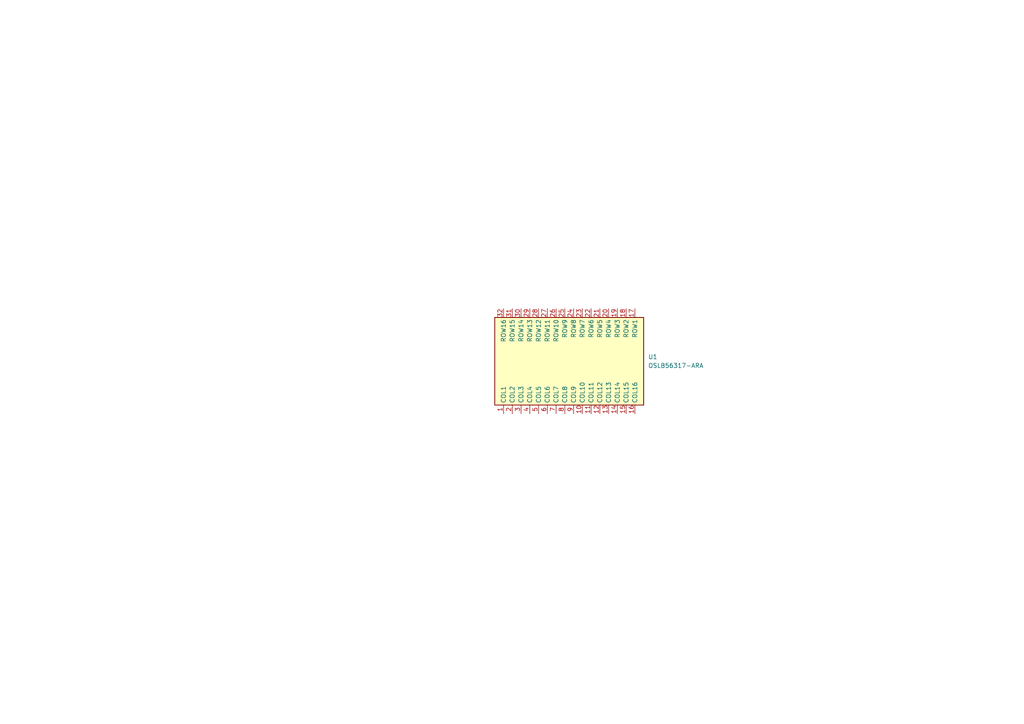
<source format=kicad_sch>
(kicad_sch (version 20230121) (generator eeschema)
  (paper "A4")
  (lib_symbols
    (symbol "myLibrary:OSLB56317-ARA"
      (property "Reference" "U" (at -12.7 26.67 0))
      (property "Value" "OSLB56317-ARA" (at 2.54 26.67 0))
      (symbol "OSLB56317-ARA_0_1"
        (rectangle (start -12.7 25.4) (end 12.7 -17.78) (stroke (width 0.254)) (fill (type background)))
      )
      (symbol "OSLB56317-ARA_1_1"
        (pin output line (at -15.24 22.86 0) (length 2.54) (name "COL1") (number "1"))
        (pin output line (at -15.24 0 0) (length 2.54) (name "COL10") (number "10"))
        (pin output line (at -15.24 -2.54 0) (length 2.54) (name "COL11") (number "11"))
        (pin output line (at -15.24 -5.08 0) (length 2.54) (name "COL12") (number "12"))
        (pin output line (at -15.24 -7.62 0) (length 2.54) (name "COL13") (number "13"))
        (pin output line (at -15.24 -10.16 0) (length 2.54) (name "COL14") (number "14"))
        (pin output line (at -15.24 -12.7 0) (length 2.54) (name "COL15") (number "15"))
        (pin output line (at -15.24 -15.24 0) (length 2.54) (name "COL16") (number "16"))
        (pin input line (at 15.24 -15.24 180) (length 2.54) (name "ROW1") (number "17"))
        (pin input line (at 15.24 -12.7 180) (length 2.54) (name "ROW2") (number "18"))
        (pin input line (at 15.24 -10.16 180) (length 2.54) (name "ROW3") (number "19"))
        (pin output line (at -15.24 20.32 0) (length 2.54) (name "COL2") (number "2"))
        (pin input line (at 15.24 -7.62 180) (length 2.54) (name "ROW4") (number "20"))
        (pin input line (at 15.24 -5.08 180) (length 2.54) (name "ROW5") (number "21"))
        (pin input line (at 15.24 -2.54 180) (length 2.54) (name "ROW6") (number "22"))
        (pin input line (at 15.24 0 180) (length 2.54) (name "ROW7") (number "23"))
        (pin input line (at 15.24 2.54 180) (length 2.54) (name "ROW8") (number "24"))
        (pin input line (at 15.24 5.08 180) (length 2.54) (name "ROW9") (number "25"))
        (pin input line (at 15.24 7.62 180) (length 2.54) (name "ROW10") (number "26"))
        (pin input line (at 15.24 10.16 180) (length 2.54) (name "ROW11") (number "27"))
        (pin input line (at 15.24 12.7 180) (length 2.54) (name "ROW12") (number "28"))
        (pin input line (at 15.24 15.24 180) (length 2.54) (name "ROW13") (number "29"))
        (pin output line (at -15.24 17.78 0) (length 2.54) (name "COL3") (number "3"))
        (pin input line (at 15.24 17.78 180) (length 2.54) (name "ROW14") (number "30"))
        (pin input line (at 15.24 20.32 180) (length 2.54) (name "ROW15") (number "31"))
        (pin input line (at 15.24 22.86 180) (length 2.54) (name "ROW16") (number "32"))
        (pin output line (at -15.24 15.24 0) (length 2.54) (name "COL4") (number "4"))
        (pin output line (at -15.24 12.7 0) (length 2.54) (name "COL5") (number "5"))
        (pin output line (at -15.24 10.16 0) (length 2.54) (name "COL6") (number "6"))
        (pin output line (at -15.24 7.62 0) (length 2.54) (name "COL7") (number "7"))
        (pin output line (at -15.24 5.08 0) (length 2.54) (name "COL8") (number "8"))
        (pin output line (at -15.24 2.54 0) (length 2.54) (name "COL9") (number "9"))
      )
    )
  )
  (symbol (lib_id "myLibrary:OSLB56317-ARA") (at 168.91 104.775 90) (unit 1)
    (property "Reference" "U1" (at 187.96 103.505 90) (effects (justify right)))
    (property "Value" "OSLB56317-ARA" (at 187.96 106.045 90) (effects (justify right)))
    (property "Footprint" "myLibrary:OSLB56317-ARA" (effects hide))
  )
)
</source>
